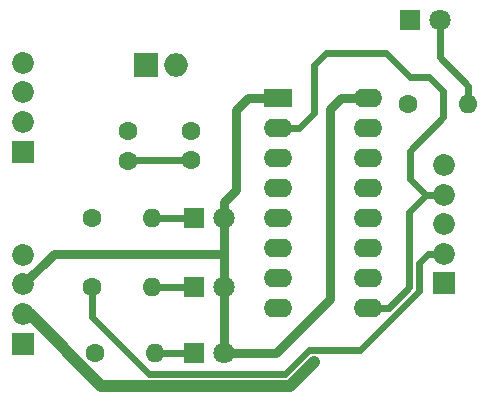
<source format=gbr>
G04 #@! TF.GenerationSoftware,KiCad,Pcbnew,5.0.1*
G04 #@! TF.CreationDate,2019-03-20T13:16:31+05:30*
G04 #@! TF.ProjectId,motor,6D6F746F722E6B696361645F70636200,rev?*
G04 #@! TF.SameCoordinates,Original*
G04 #@! TF.FileFunction,Copper,L2,Bot,Signal*
G04 #@! TF.FilePolarity,Positive*
%FSLAX46Y46*%
G04 Gerber Fmt 4.6, Leading zero omitted, Abs format (unit mm)*
G04 Created by KiCad (PCBNEW 5.0.1) date Wed 20 Mar 2019 01:16:31 PM IST*
%MOMM*%
%LPD*%
G01*
G04 APERTURE LIST*
G04 #@! TA.AperFunction,ComponentPad*
%ADD10C,1.850000*%
G04 #@! TD*
G04 #@! TA.AperFunction,ComponentPad*
%ADD11R,1.850000X1.850000*%
G04 #@! TD*
G04 #@! TA.AperFunction,ComponentPad*
%ADD12C,1.800000*%
G04 #@! TD*
G04 #@! TA.AperFunction,ComponentPad*
%ADD13R,1.800000X1.800000*%
G04 #@! TD*
G04 #@! TA.AperFunction,ComponentPad*
%ADD14O,1.600000X1.600000*%
G04 #@! TD*
G04 #@! TA.AperFunction,ComponentPad*
%ADD15C,1.600000*%
G04 #@! TD*
G04 #@! TA.AperFunction,ComponentPad*
%ADD16O,2.400000X1.600000*%
G04 #@! TD*
G04 #@! TA.AperFunction,ComponentPad*
%ADD17R,2.400000X1.600000*%
G04 #@! TD*
G04 #@! TA.AperFunction,ComponentPad*
%ADD18R,1.998980X1.998980*%
G04 #@! TD*
G04 #@! TA.AperFunction,ComponentPad*
%ADD19O,1.998980X1.998980*%
G04 #@! TD*
G04 #@! TA.AperFunction,ViaPad*
%ADD20C,1.000000*%
G04 #@! TD*
G04 #@! TA.AperFunction,Conductor*
%ADD21C,1.000000*%
G04 #@! TD*
G04 #@! TA.AperFunction,Conductor*
%ADD22C,0.800000*%
G04 #@! TD*
G04 #@! TA.AperFunction,Conductor*
%ADD23C,0.600000*%
G04 #@! TD*
G04 APERTURE END LIST*
D10*
G04 #@! TO.P,J4,5*
G04 #@! TO.N,/2a*
X123525000Y-96675000D03*
G04 #@! TO.P,J4,4*
G04 #@! TO.N,/1a*
X123525000Y-99175000D03*
G04 #@! TO.P,J4,3*
G04 #@! TO.N,/sw1*
X123525000Y-101675000D03*
G04 #@! TO.P,J4,2*
G04 #@! TO.N,/sw2*
X123525000Y-104175000D03*
D11*
G04 #@! TO.P,J4,1*
G04 #@! TO.N,/sw3*
X123525000Y-106675000D03*
G04 #@! TD*
D12*
G04 #@! TO.P,D4,2*
G04 #@! TO.N,Net-(D4-Pad2)*
X123190000Y-84328000D03*
D13*
G04 #@! TO.P,D4,1*
G04 #@! TO.N,GND*
X120650000Y-84328000D03*
G04 #@! TD*
D14*
G04 #@! TO.P,R4,2*
G04 #@! TO.N,Net-(D4-Pad2)*
X125580000Y-91500000D03*
D15*
G04 #@! TO.P,R4,1*
G04 #@! TO.N,Net-(R4-Pad1)*
X120500000Y-91500000D03*
G04 #@! TD*
G04 #@! TO.P,C2,1*
G04 #@! TO.N,Net-(C2-Pad1)*
X102108000Y-93726000D03*
G04 #@! TO.P,C2,2*
G04 #@! TO.N,GND*
X102108000Y-96226000D03*
G04 #@! TD*
G04 #@! TO.P,C1,2*
G04 #@! TO.N,Net-(C1-Pad2)*
X96774000Y-93766000D03*
G04 #@! TO.P,C1,1*
G04 #@! TO.N,GND*
X96774000Y-96266000D03*
G04 #@! TD*
D14*
G04 #@! TO.P,R3,2*
G04 #@! TO.N,Net-(D3-Pad1)*
X99060000Y-112522000D03*
D15*
G04 #@! TO.P,R3,1*
G04 #@! TO.N,/sw3*
X93980000Y-112522000D03*
G04 #@! TD*
G04 #@! TO.P,R2,1*
G04 #@! TO.N,/sw2*
X93726000Y-106934000D03*
D14*
G04 #@! TO.P,R2,2*
G04 #@! TO.N,Net-(D2-Pad1)*
X98806000Y-106934000D03*
G04 #@! TD*
G04 #@! TO.P,R1,2*
G04 #@! TO.N,Net-(D1-Pad1)*
X98806000Y-101092000D03*
D15*
G04 #@! TO.P,R1,1*
G04 #@! TO.N,/sw1*
X93726000Y-101092000D03*
G04 #@! TD*
D12*
G04 #@! TO.P,D3,2*
G04 #@! TO.N,+5V*
X104902000Y-112522000D03*
D13*
G04 #@! TO.P,D3,1*
G04 #@! TO.N,Net-(D3-Pad1)*
X102362000Y-112522000D03*
G04 #@! TD*
G04 #@! TO.P,D2,1*
G04 #@! TO.N,Net-(D2-Pad1)*
X102362000Y-106934000D03*
D12*
G04 #@! TO.P,D2,2*
G04 #@! TO.N,+5V*
X104902000Y-106934000D03*
G04 #@! TD*
G04 #@! TO.P,D1,2*
G04 #@! TO.N,+5V*
X104902000Y-101092000D03*
D13*
G04 #@! TO.P,D1,1*
G04 #@! TO.N,Net-(D1-Pad1)*
X102362000Y-101092000D03*
G04 #@! TD*
D16*
G04 #@! TO.P,U1,16*
G04 #@! TO.N,+5V*
X117094000Y-90932000D03*
G04 #@! TO.P,U1,8*
G04 #@! TO.N,+12V*
X109474000Y-108712000D03*
G04 #@! TO.P,U1,15*
G04 #@! TO.N,/2a*
X117094000Y-93472000D03*
G04 #@! TO.P,U1,7*
X109474000Y-106172000D03*
G04 #@! TO.P,U1,14*
G04 #@! TO.N,Net-(R4-Pad1)*
X117094000Y-96012000D03*
G04 #@! TO.P,U1,6*
G04 #@! TO.N,Net-(C2-Pad1)*
X109474000Y-103632000D03*
G04 #@! TO.P,U1,13*
G04 #@! TO.N,GND*
X117094000Y-98552000D03*
G04 #@! TO.P,U1,5*
X109474000Y-101092000D03*
G04 #@! TO.P,U1,12*
X117094000Y-101092000D03*
G04 #@! TO.P,U1,4*
X109474000Y-98552000D03*
G04 #@! TO.P,U1,11*
G04 #@! TO.N,Net-(U1-Pad11)*
X117094000Y-103632000D03*
G04 #@! TO.P,U1,3*
G04 #@! TO.N,Net-(C1-Pad2)*
X109474000Y-96012000D03*
G04 #@! TO.P,U1,10*
G04 #@! TO.N,Net-(U1-Pad10)*
X117094000Y-106172000D03*
G04 #@! TO.P,U1,2*
G04 #@! TO.N,/1a*
X109474000Y-93472000D03*
G04 #@! TO.P,U1,9*
X117094000Y-108712000D03*
D17*
G04 #@! TO.P,U1,1*
G04 #@! TO.N,+5V*
X109474000Y-90932000D03*
G04 #@! TD*
D10*
G04 #@! TO.P,J1,4*
G04 #@! TO.N,GND*
X87884000Y-104260000D03*
G04 #@! TO.P,J1,3*
G04 #@! TO.N,+5V*
X87884000Y-106760000D03*
G04 #@! TO.P,J1,2*
G04 #@! TO.N,+12V*
X87884000Y-109260000D03*
D11*
G04 #@! TO.P,J1,1*
G04 #@! TO.N,Net-(J1-Pad1)*
X87884000Y-111760000D03*
G04 #@! TD*
D10*
G04 #@! TO.P,J2,4*
G04 #@! TO.N,GND*
X87884000Y-88004000D03*
G04 #@! TO.P,J2,3*
G04 #@! TO.N,/sw1*
X87884000Y-90504000D03*
G04 #@! TO.P,J2,2*
G04 #@! TO.N,/sw2*
X87884000Y-93004000D03*
D11*
G04 #@! TO.P,J2,1*
G04 #@! TO.N,/sw3*
X87884000Y-95504000D03*
G04 #@! TD*
D18*
G04 #@! TO.P,J3,1*
G04 #@! TO.N,Net-(C1-Pad2)*
X98298000Y-88138000D03*
D19*
G04 #@! TO.P,J3,2*
G04 #@! TO.N,Net-(C2-Pad1)*
X100838000Y-88138000D03*
G04 #@! TD*
D20*
G04 #@! TO.N,+12V*
X112522000Y-113284000D03*
G04 #@! TD*
D21*
G04 #@! TO.N,+12V*
X112522000Y-113284000D02*
X110490000Y-115316000D01*
X94550002Y-115316000D02*
X88494002Y-109260000D01*
X88494002Y-109260000D02*
X87884000Y-109260000D01*
X110490000Y-115316000D02*
X94550002Y-115316000D01*
D22*
G04 #@! TO.N,+5V*
X104902000Y-112522000D02*
X104902000Y-106934000D01*
X104902000Y-99819208D02*
X105918000Y-98803208D01*
X104902000Y-101092000D02*
X104902000Y-99819208D01*
X105918000Y-98803208D02*
X105918000Y-91948000D01*
X106934000Y-90932000D02*
X109474000Y-90932000D01*
X105918000Y-91948000D02*
X106934000Y-90932000D01*
X106174792Y-112522000D02*
X106252792Y-112600000D01*
X104902000Y-112522000D02*
X106174792Y-112522000D01*
X106252792Y-112600000D02*
X109300000Y-112600000D01*
X109300000Y-112600000D02*
X113900000Y-108000000D01*
X113900000Y-108000000D02*
X113900000Y-91900000D01*
X114868000Y-90932000D02*
X117094000Y-90932000D01*
X113900000Y-91900000D02*
X114868000Y-90932000D01*
D23*
X88058000Y-106760000D02*
X87884000Y-106760000D01*
D22*
X90504000Y-104140000D02*
X104902000Y-104140000D01*
X87884000Y-106760000D02*
X90504000Y-104140000D01*
X104902000Y-106934000D02*
X104902000Y-104140000D01*
X104902000Y-104140000D02*
X104902000Y-101092000D01*
D23*
G04 #@! TO.N,GND*
X96814000Y-96226000D02*
X96774000Y-96266000D01*
X102108000Y-96226000D02*
X96814000Y-96226000D01*
G04 #@! TO.N,/sw3*
X123425000Y-106775000D02*
X123525000Y-106675000D01*
G04 #@! TO.N,/sw2*
X116460239Y-112283990D02*
X112107782Y-112283990D01*
X123525000Y-104175000D02*
X122216853Y-104175000D01*
X110075783Y-114315989D02*
X98567989Y-114315989D01*
X122216853Y-104175000D02*
X121450000Y-104941853D01*
X93726000Y-109474000D02*
X93726000Y-108065370D01*
X93726000Y-108065370D02*
X93726000Y-106934000D01*
X112107782Y-112283990D02*
X110075783Y-114315989D01*
X121450000Y-107294229D02*
X116460239Y-112283990D01*
X98567989Y-114315989D02*
X93726000Y-109474000D01*
X121450000Y-104941853D02*
X121450000Y-107294229D01*
G04 #@! TO.N,/1a*
X118618000Y-87122000D02*
X120650000Y-89154000D01*
X111274000Y-93472000D02*
X112522000Y-92224000D01*
X120650000Y-97790000D02*
X122040000Y-99180000D01*
X112522000Y-92224000D02*
X112522000Y-88138000D01*
X113538000Y-87122000D02*
X118618000Y-87122000D01*
X109474000Y-93472000D02*
X111274000Y-93472000D01*
X112522000Y-88138000D02*
X113538000Y-87122000D01*
X120650000Y-89154000D02*
X122254000Y-89154000D01*
X122254000Y-89154000D02*
X123500000Y-90400000D01*
X123500000Y-90400000D02*
X123500000Y-92600000D01*
X120650000Y-95450000D02*
X120650000Y-97790000D01*
X123500000Y-92600000D02*
X120650000Y-95450000D01*
X118894000Y-108712000D02*
X120600000Y-107006000D01*
X117094000Y-108712000D02*
X118894000Y-108712000D01*
X120600000Y-100620000D02*
X122040000Y-99180000D01*
X120600000Y-107006000D02*
X120600000Y-100620000D01*
X122045000Y-99175000D02*
X123525000Y-99175000D01*
X122040000Y-99180000D02*
X122045000Y-99175000D01*
G04 #@! TO.N,Net-(D1-Pad1)*
X98806000Y-101092000D02*
X102362000Y-101092000D01*
G04 #@! TO.N,Net-(D2-Pad1)*
X98806000Y-106934000D02*
X102362000Y-106934000D01*
G04 #@! TO.N,Net-(D3-Pad1)*
X99060000Y-112522000D02*
X102362000Y-112522000D01*
G04 #@! TO.N,Net-(D4-Pad2)*
X123190000Y-87526000D02*
X125580000Y-89916000D01*
X123190000Y-84328000D02*
X123190000Y-87526000D01*
X125580000Y-91500000D02*
X125580000Y-89916000D01*
G04 #@! TD*
M02*

</source>
